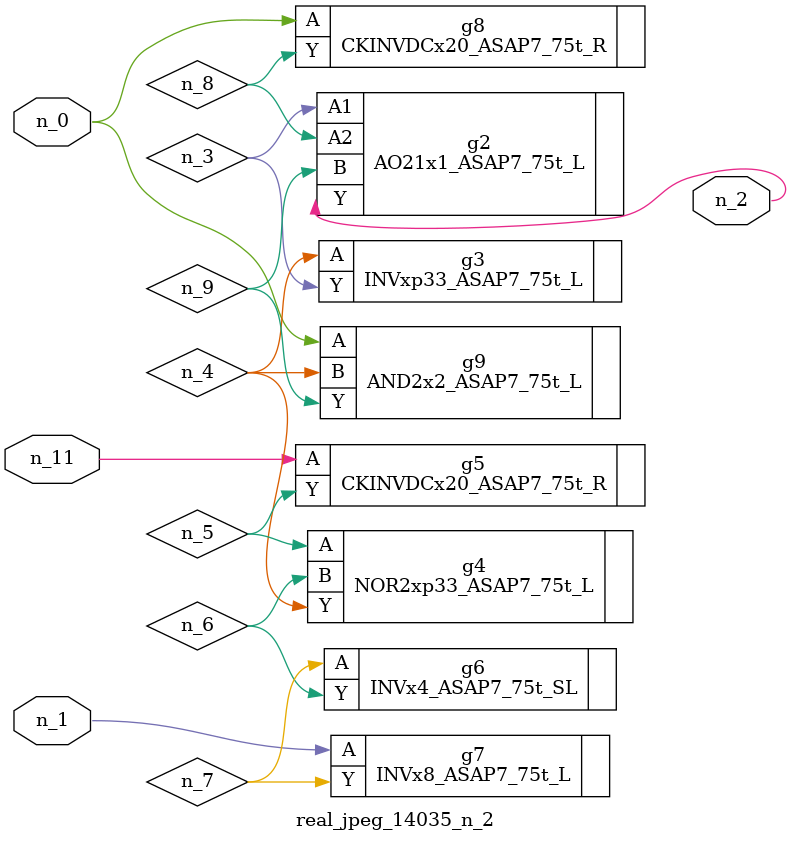
<source format=v>
module real_jpeg_14035_n_2 (n_1, n_11, n_0, n_2);

input n_1;
input n_11;
input n_0;

output n_2;

wire n_5;
wire n_8;
wire n_4;
wire n_6;
wire n_7;
wire n_3;
wire n_9;

CKINVDCx20_ASAP7_75t_R g8 ( 
.A(n_0),
.Y(n_8)
);

AND2x2_ASAP7_75t_L g9 ( 
.A(n_0),
.B(n_4),
.Y(n_9)
);

INVx8_ASAP7_75t_L g7 ( 
.A(n_1),
.Y(n_7)
);

AO21x1_ASAP7_75t_L g2 ( 
.A1(n_3),
.A2(n_8),
.B(n_9),
.Y(n_2)
);

INVxp33_ASAP7_75t_L g3 ( 
.A(n_4),
.Y(n_3)
);

NOR2xp33_ASAP7_75t_L g4 ( 
.A(n_5),
.B(n_6),
.Y(n_4)
);

INVx4_ASAP7_75t_SL g6 ( 
.A(n_7),
.Y(n_6)
);

CKINVDCx20_ASAP7_75t_R g5 ( 
.A(n_11),
.Y(n_5)
);


endmodule
</source>
